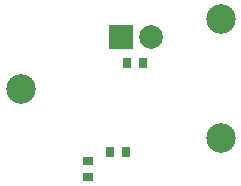
<source format=gbr>
%TF.GenerationSoftware,KiCad,Pcbnew,5.1.10*%
%TF.CreationDate,2021-07-14T12:23:08-07:00*%
%TF.ProjectId,dogbone,646f6762-6f6e-4652-9e6b-696361645f70,rev?*%
%TF.SameCoordinates,Original*%
%TF.FileFunction,Soldermask,Top*%
%TF.FilePolarity,Negative*%
%FSLAX46Y46*%
G04 Gerber Fmt 4.6, Leading zero omitted, Abs format (unit mm)*
G04 Created by KiCad (PCBNEW 5.1.10) date 2021-07-14 12:23:08*
%MOMM*%
%LPD*%
G01*
G04 APERTURE LIST*
%ADD10R,0.725000X0.900000*%
%ADD11R,0.900000X0.725000*%
%ADD12C,2.000000*%
%ADD13R,2.000000X2.000000*%
%ADD14C,2.500000*%
G04 APERTURE END LIST*
D10*
%TO.C,R3*%
X55584500Y-88455500D03*
X56959500Y-88455500D03*
%TD*%
%TO.C,R2*%
X55499000Y-95948500D03*
X54124000Y-95948500D03*
%TD*%
D11*
%TO.C,R1*%
X52324000Y-96732500D03*
X52324000Y-98107500D03*
%TD*%
D12*
%TO.C,BZ1*%
X57618000Y-86233000D03*
D13*
X55118000Y-86233000D03*
%TD*%
D14*
%TO.C,H3*%
X46577000Y-90623000D03*
%TD*%
%TO.C,H2*%
X63520000Y-94760000D03*
%TD*%
%TO.C,H1*%
X63520000Y-84740000D03*
%TD*%
M02*

</source>
